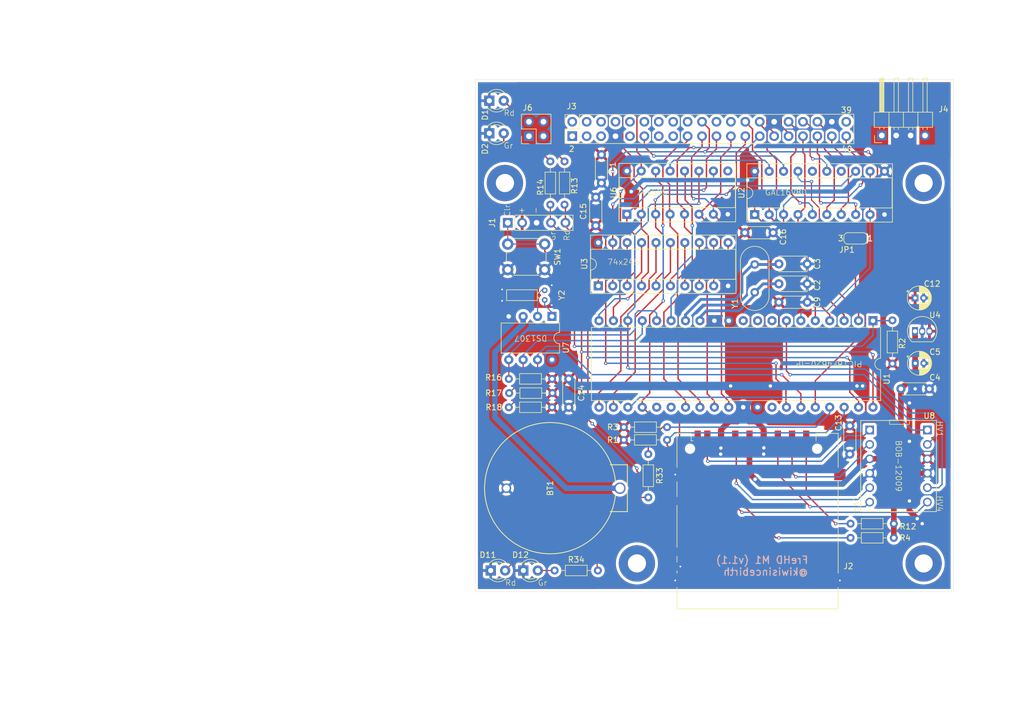
<source format=kicad_pcb>
(kicad_pcb
	(version 20240108)
	(generator "pcbnew")
	(generator_version "8.0")
	(general
		(thickness 1.6)
		(legacy_teardrops no)
	)
	(paper "A4")
	(layers
		(0 "F.Cu" signal)
		(31 "B.Cu" signal)
		(32 "B.Adhes" user "B.Adhesive")
		(33 "F.Adhes" user "F.Adhesive")
		(34 "B.Paste" user)
		(35 "F.Paste" user)
		(36 "B.SilkS" user "B.Silkscreen")
		(37 "F.SilkS" user "F.Silkscreen")
		(38 "B.Mask" user)
		(39 "F.Mask" user)
		(40 "Dwgs.User" user "User.Drawings")
		(41 "Cmts.User" user "User.Comments")
		(42 "Eco1.User" user "User.Eco1")
		(43 "Eco2.User" user "User.Eco2")
		(44 "Edge.Cuts" user)
		(45 "Margin" user)
		(46 "B.CrtYd" user "B.Courtyard")
		(47 "F.CrtYd" user "F.Courtyard")
		(48 "B.Fab" user)
		(49 "F.Fab" user)
		(50 "User.1" user)
		(51 "User.2" user)
		(52 "User.3" user)
		(53 "User.4" user)
		(54 "User.5" user)
		(55 "User.6" user)
		(56 "User.7" user)
		(57 "User.8" user)
		(58 "User.9" user)
	)
	(setup
		(pad_to_mask_clearance 0)
		(allow_soldermask_bridges_in_footprints no)
		(pcbplotparams
			(layerselection 0x00010fc_ffffffff)
			(plot_on_all_layers_selection 0x0000000_00000000)
			(disableapertmacros no)
			(usegerberextensions no)
			(usegerberattributes yes)
			(usegerberadvancedattributes yes)
			(creategerberjobfile yes)
			(dashed_line_dash_ratio 12.000000)
			(dashed_line_gap_ratio 3.000000)
			(svgprecision 4)
			(plotframeref no)
			(viasonmask no)
			(mode 1)
			(useauxorigin no)
			(hpglpennumber 1)
			(hpglpenspeed 20)
			(hpglpendiameter 15.000000)
			(pdf_front_fp_property_popups yes)
			(pdf_back_fp_property_popups yes)
			(dxfpolygonmode yes)
			(dxfimperialunits yes)
			(dxfusepcbnewfont yes)
			(psnegative no)
			(psa4output no)
			(plotreference yes)
			(plotvalue yes)
			(plotfptext yes)
			(plotinvisibletext no)
			(sketchpadsonfab no)
			(subtractmaskfromsilk no)
			(outputformat 1)
			(mirror no)
			(drillshape 0)
			(scaleselection 1)
			(outputdirectory "FreHD40GerberV1.1/")
		)
	)
	(net 0 "")
	(net 1 "Net-(BT1-+)")
	(net 2 "GND")
	(net 3 "VCC")
	(net 4 "Net-(U1-OSC1{slash}CLKI)")
	(net 5 "Net-(U1-OSC2{slash}CLK0)")
	(net 6 "+3.3V")
	(net 7 "Net-(D1-A)")
	(net 8 "Net-(D2-A)")
	(net 9 "MCLR")
	(net 10 "LED1")
	(net 11 "LED0")
	(net 12 "/SD_CS_3V3")
	(net 13 "/SD_CLK_3V3")
	(net 14 "/SPI_SDI_3V3")
	(net 15 "Net-(J2-DAT1)")
	(net 16 "/SD_IN_3V3")
	(net 17 "Net-(J2-DAT2)")
	(net 18 "SPI_SDI")
	(net 19 "Net-(JP1-B)")
	(net 20 "WR_N")
	(net 21 "RD_N")
	(net 22 "Net-(JP1-A)")
	(net 23 "SD_WRPROT")
	(net 24 "SD_CD")
	(net 25 "SPI_CLK")
	(net 26 "SPI_SDO")
	(net 27 "SD_CS_5V")
	(net 28 "SDA")
	(net 29 "SCL")
	(net 30 "RTC")
	(net 31 "DD6")
	(net 32 "A2")
	(net 33 "DD3")
	(net 34 "DD1")
	(net 35 "PIC_WAIT_N")
	(net 36 "RX")
	(net 37 "RTS")
	(net 38 "PIC_SEL_N")
	(net 39 "DD5")
	(net 40 "A0")
	(net 41 "DD0")
	(net 42 "DD4")
	(net 43 "DD2")
	(net 44 "CTS")
	(net 45 "unconnected-(J3-Pin_14-Pad14)")
	(net 46 "A1")
	(net 47 "A3")
	(net 48 "unconnected-(J3-Pin_2-Pad2)")
	(net 49 "DD7")
	(net 50 "TX")
	(net 51 "STAT_CS")
	(net 52 "Net-(U7-X1)")
	(net 53 "unconnected-(J3-Pin_7-Pad7)")
	(net 54 "BUS_WAIT_N")
	(net 55 "unconnected-(J3-Pin_13-Pad13)")
	(net 56 "D2")
	(net 57 "unconnected-(J3-Pin_3-Pad3)")
	(net 58 "unconnected-(J3-Pin_17-Pad17)")
	(net 59 "unconnected-(J3-Pin_23-Pad23)")
	(net 60 "D1")
	(net 61 "unconnected-(J3-Pin_15-Pad15)")
	(net 62 "D4")
	(net 63 "unconnected-(J3-Pin_21-Pad21)")
	(net 64 "A6")
	(net 65 "unconnected-(J3-Pin_6-Pad6)")
	(net 66 "unconnected-(J3-Pin_1-Pad1)")
	(net 67 "unconnected-(J3-Pin_9-Pad9)")
	(net 68 "D0")
	(net 69 "A5")
	(net 70 "A7")
	(net 71 "D6")
	(net 72 "unconnected-(U1-~{CS}{slash}AN7{slash}RE2-Pad10)")
	(net 73 "unconnected-(J3-Pin_11-Pad11)")
	(net 74 "D7")
	(net 75 "unconnected-(J3-Pin_4-Pad4)")
	(net 76 "unconnected-(J3-Pin_5-Pad5)")
	(net 77 "A4")
	(net 78 "unconnected-(J3-Pin_10-Pad10)")
	(net 79 "D5")
	(net 80 "unconnected-(U1-RB0{slash}INT0{slash}FLT0{slash}AN12-Pad33)")
	(net 81 "D3")
	(net 82 "unconnected-(J3-Pin_16-Pad16)")
	(net 83 "STAT_OE_N")
	(net 84 "unconnected-(U2-IO4-Pad16)")
	(net 85 "unconnected-(U6-QH'-Pad9)")
	(net 86 "unconnected-(U2-IO6-Pad14)")
	(net 87 "Net-(U7-X2)")
	(net 88 "Net-(D11-A)")
	(net 89 "Net-(D12-A)")
	(net 90 "unconnected-(J3-Pin_39-Pad39)")
	(net 91 "unconnected-(H1-Pad1)")
	(net 92 "unconnected-(H2-Pad1)")
	(net 93 "unconnected-(H3-Pad1)")
	(net 94 "unconnected-(H4-Pad1)")
	(footprint "Capacitor_THT:C_Disc_D4.3mm_W1.9mm_P5.00mm" (layer "F.Cu") (at 179.75 95 -90))
	(footprint "Capacitor_THT:C_Disc_D4.3mm_W1.9mm_P5.00mm" (layer "F.Cu") (at 188.75 88.5))
	(footprint "Resistor_THT:R_Axial_DIN0204_L3.6mm_D1.6mm_P7.62mm_Horizontal" (layer "F.Cu") (at 147.56 97.5 180))
	(footprint "Connector_PinHeader_2.54mm:PinHeader_1x04_P2.54mm_Horizontal" (layer "F.Cu") (at 185.38 43.875 90))
	(footprint "Package_DIP:DIP-40_W15.24mm" (layer "F.Cu") (at 183.83 76.5 -90))
	(footprint "Connector_PinHeader_2.54mm:PinHeader_1x05_P2.54mm_Vertical" (layer "F.Cu") (at 119.5 59.25 90))
	(footprint "Package_TO_SOT_THT:TO-92_Inline" (layer "F.Cu") (at 191.23 78.36))
	(footprint "Crystal:Crystal_DS15_D1.5mm_L5.0mm_Horizontal" (layer "F.Cu") (at 126 71.15 -90))
	(footprint "Capacitor_THT:CP_Radial_D4.0mm_P1.50mm" (layer "F.Cu") (at 191.25 72.5))
	(footprint "Capacitor_THT:C_Disc_D4.7mm_W2.5mm_P5.00mm" (layer "F.Cu") (at 167.25 70))
	(footprint "LED_THT:LED_D3.0mm" (layer "F.Cu") (at 116.25 37.75))
	(footprint "Button_Switch_THT:SW_PUSH_6mm" (layer "F.Cu") (at 119.5 63))
	(footprint "Crystal:Crystal_HC18-U_Vertical" (layer "F.Cu") (at 163 71.5 90))
	(footprint "Package_DIP:DIP-8_W7.62mm" (layer "F.Cu") (at 127.29 75.75 -90))
	(footprint "MountingHole:MountingHole_3.2mm_M3_Pad" (layer "F.Cu") (at 119 52.25))
	(footprint "Resistor_THT:R_Axial_DIN0204_L3.6mm_D1.6mm_P7.62mm_Horizontal" (layer "F.Cu") (at 119.69 91.75))
	(footprint "LED_THT:LED_D3.0mm" (layer "F.Cu") (at 122.25 120.5))
	(footprint "footprints:CONV_BOB-12009" (layer "F.Cu") (at 188.33 102.1))
	(footprint "Package_DIP:DIP-20_W7.62mm_Socket" (layer "F.Cu") (at 163 57.8 90))
	(footprint "MountingHole:MountingHole_3.2mm_M3_Pad" (layer "F.Cu") (at 192.75 119.25))
	(footprint "Connector_PinHeader_2.54mm:PinHeader_2x20_P2.54mm_Even_Odd_Vertical" (layer "F.Cu") (at 130.86 44 90))
	(footprint "footprints:BS-7_MPD_VCC_1" (layer "F.Cu") (at 119.2602 106 90))
	(footprint "Jumper:SolderJumper-3_P1.3mm_Bridged12_RoundedPad1.0x1.5mm_NumberLabels" (layer "F.Cu") (at 180.75 62 180))
	(footprint "Resistor_THT:R_Axial_DIN0204_L3.6mm_D1.6mm_P7.62mm_Horizontal" (layer "F.Cu") (at 119.69 86.75))
	(footprint "MountingHole:MountingHole_3.2mm_M3_Pad" (layer "F.Cu") (at 142.25 119.25))
	(footprint "Resistor_THT:R_Axial_DIN0204_L3.6mm_D1.6mm_P7.62mm_Horizontal" (layer "F.Cu") (at 129.5 48.44 -90))
	(footprint "Connector_PinHeader_2.54mm:PinHeader_2x02_P2.54mm_Vertical" (layer "F.Cu") (at 123.24 44 90))
	(footprint "LED_THT:LED_D3.0mm"
		(la
... [1123918 chars truncated]
</source>
